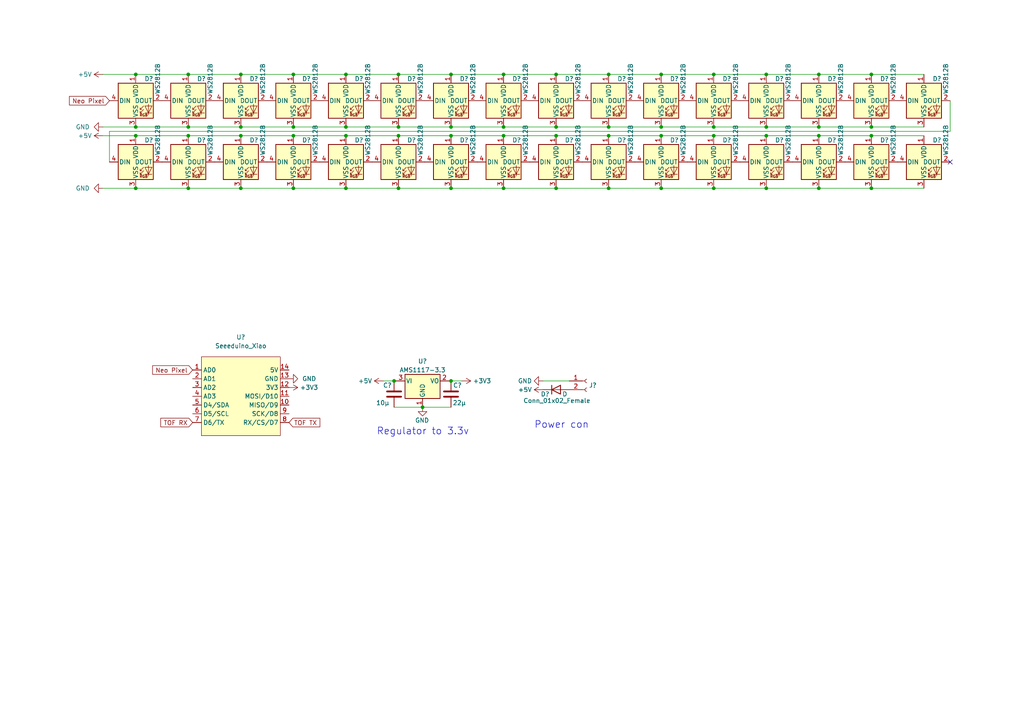
<source format=kicad_sch>
(kicad_sch (version 20211123) (generator eeschema)
  (paper "A4")
  (lib_symbols
    (symbol "Connector:Conn_01x02_Female" (pin_names (offset 1.016) hide)
      (property "Reference" "J" (at 0 2.54 0))
      (property "Value" "Conn_01x02_Female" (at 0 -5.08 0))
      (symbol "Conn_01x02_Female_1_1"
        (arc (start 0 -2.032) (mid -0.508 -2.54) (end 0 -3.048) (stroke (width 0.1524)))
        (polyline (pts (xy -1.27 -2.54) (xy -0.508 -2.54)) (stroke (width 0.1524)))
        (polyline (pts (xy -1.27 0) (xy -0.508 0)) (stroke (width 0.1524)))
        (arc (start 0 0.508) (mid -0.508 0) (end 0 -0.508) (stroke (width 0.1524)))
        (pin passive line (at -5.08 0 0) (length 3.81) (name "Pin_1") (number "1"))
        (pin passive line (at -5.08 -2.54 0) (length 3.81) (name "Pin_2") (number "2"))
      )
    )
    (symbol "Device:C" (pin_numbers hide) (pin_names (offset 0.254))
      (property "Reference" "C" (at 0.635 2.54 0))
      (property "Value" "C" (at 0.635 -2.54 0))
      (symbol "C_0_1"
        (polyline (pts (xy -2.032 -0.762) (xy 2.032 -0.762)) (stroke (width 0.508)))
        (polyline (pts (xy -2.032 0.762) (xy 2.032 0.762)) (stroke (width 0.508)))
      )
      (symbol "C_1_1"
        (pin passive line (at 0 3.81 270) (length 2.794) (name "~") (number "1"))
        (pin passive line (at 0 -3.81 90) (length 2.794) (name "~") (number "2"))
      )
    )
    (symbol "Device:D" (pin_numbers hide) (pin_names (offset 1.016) hide)
      (property "Reference" "D" (at 0 2.54 0))
      (property "Value" "D" (at 0 -2.54 0))
      (symbol "D_0_1"
        (polyline (pts (xy -1.27 1.27) (xy -1.27 -1.27)) (stroke (width 0.254)))
        (polyline (pts (xy 1.27 0) (xy -1.27 0)))
        (polyline (pts (xy 1.27 1.27) (xy 1.27 -1.27) (xy -1.27 0) (xy 1.27 1.27)) (stroke (width 0.254)))
      )
      (symbol "D_1_1"
        (pin passive line (at -3.81 0 0) (length 2.54) (name "K") (number "1"))
        (pin passive line (at 3.81 0 180) (length 2.54) (name "A") (number "2"))
      )
    )
    (symbol "LED:WS2812B" (pin_names (offset 0.254))
      (property "Reference" "D" (at 5.08 5.715 0))
      (property "Value" "WS2812B" (at 1.27 -5.715 0))
      (symbol "WS2812B_0_0"
        (text "RGB" (at 2.286 -4.191 0) (effects (font (size 0.762 0.762))))
      )
      (symbol "WS2812B_0_1"
        (polyline (pts (xy 1.27 -3.556) (xy 1.778 -3.556)))
        (polyline (pts (xy 1.27 -2.54) (xy 1.778 -2.54)))
        (polyline (pts (xy 4.699 -3.556) (xy 2.667 -3.556)))
        (polyline (pts (xy 2.286 -2.54) (xy 1.27 -3.556) (xy 1.27 -3.048)))
        (polyline (pts (xy 2.286 -1.524) (xy 1.27 -2.54) (xy 1.27 -2.032)))
        (polyline (pts (xy 3.683 -1.016) (xy 3.683 -3.556) (xy 3.683 -4.064)))
        (polyline (pts (xy 4.699 -1.524) (xy 2.667 -1.524) (xy 3.683 -3.556) (xy 4.699 -1.524)))
        (rectangle (start 5.08 5.08) (end -5.08 -5.08) (stroke (width 0.254)) (fill (type background)))
      )
      (symbol "WS2812B_1_1"
        (pin power_in line (at 0 7.62 270) (length 2.54) (name "VDD") (number "1"))
        (pin output line (at 7.62 0 180) (length 2.54) (name "DOUT") (number "2"))
        (pin power_in line (at 0 -7.62 90) (length 2.54) (name "VSS") (number "3"))
        (pin input line (at -7.62 0 0) (length 2.54) (name "DIN") (number "4"))
      )
    )
    (symbol "Regulator_Linear:AMS1117-3.3" (pin_names (offset 0.254))
      (property "Reference" "U" (at -3.81 3.175 0))
      (property "Value" "AMS1117-3.3" (at 0 3.175 0))
      (symbol "AMS1117-3.3_0_1"
        (rectangle (start -5.08 -5.08) (end 5.08 1.905) (stroke (width 0.254)) (fill (type background)))
      )
      (symbol "AMS1117-3.3_1_1"
        (pin power_in line (at 0 -7.62 90) (length 2.54) (name "GND") (number "1"))
        (pin power_out line (at 7.62 0 180) (length 2.54) (name "VO") (number "2"))
        (pin power_in line (at -7.62 0 0) (length 2.54) (name "VI") (number "3"))
      )
    )
    (symbol "power:+3.3V" (power) (pin_names (offset 0))
      (property "Value" "+3.3V" (at 0 3.556 0))
      (symbol "+3.3V_0_1"
        (polyline (pts (xy -0.762 1.27) (xy 0 2.54)))
        (polyline (pts (xy 0 0) (xy 0 2.54)))
        (polyline (pts (xy 0 2.54) (xy 0.762 1.27)))
      )
      (symbol "+3.3V_1_1"
        (pin power_in line (at 0 0 90) (length 0) hide (name "+3V3") (number "1"))
      )
    )
    (symbol "power:+5V" (power) (pin_names (offset 0))
      (property "Value" "+5V" (at 0 3.556 0))
      (symbol "+5V_0_1"
        (polyline (pts (xy -0.762 1.27) (xy 0 2.54)))
        (polyline (pts (xy 0 0) (xy 0 2.54)))
        (polyline (pts (xy 0 2.54) (xy 0.762 1.27)))
      )
      (symbol "+5V_1_1"
        (pin power_in line (at 0 0 90) (length 0) hide (name "+5V") (number "1"))
      )
    )
    (symbol "power:GND" (power) (pin_names (offset 0))
      (property "Value" "GND" (at 0 -3.81 0))
      (symbol "GND_0_1"
        (polyline (pts (xy 0 0) (xy 0 -1.27) (xy 1.27 -1.27) (xy 0 -2.54) (xy -1.27 -1.27) (xy 0 -1.27)))
      )
      (symbol "GND_1_1"
        (pin power_in line (at 0 0 270) (length 0) hide (name "GND") (number "1"))
      )
    )
    (symbol "seeeduino_xiao_RP2040:Seeeduino_Xiao"
      (property "Reference" "U" (at 0 13.97 0))
      (property "Value" "Seeeduino_Xiao" (at 0 11.43 0))
      (symbol "Seeeduino_Xiao_0_1"
        (rectangle (start -11.43 10.16) (end 11.43 -12.7) (fill (type background)))
      )
      (symbol "Seeeduino_Xiao_1_1"
        (pin bidirectional line (at -13.97 6.35 0) (length 2.54) (name "AD0") (number "1"))
        (pin bidirectional line (at 13.97 -3.81 180) (length 2.54) (name "MISO/D9") (number "10"))
        (pin bidirectional line (at 13.97 -1.27 180) (length 2.54) (name "MOSI/D10") (number "11"))
        (pin power_out line (at 13.97 1.27 180) (length 2.54) (name "3V3") (number "12"))
        (pin bidirectional line (at 13.97 3.81 180) (length 2.54) (name "GND") (number "13"))
        (pin power_in line (at 13.97 6.35 180) (length 2.54) (name "5V") (number "14"))
        (pin bidirectional line (at -13.97 3.81 0) (length 2.54) (name "AD1") (number "2"))
        (pin bidirectional line (at -13.97 1.27 0) (length 2.54) (name "AD2") (number "3"))
        (pin bidirectional line (at -13.97 -1.27 0) (length 2.54) (name "AD3") (number "4"))
        (pin bidirectional line (at -13.97 -3.81 0) (length 2.54) (name "D4/SDA") (number "5"))
        (pin bidirectional line (at -13.97 -6.35 0) (length 2.54) (name "D5/SCL") (number "6"))
        (pin bidirectional line (at -13.97 -8.89 0) (length 2.54) (name "D6/TX") (number "7"))
        (pin bidirectional line (at 13.97 -8.89 180) (length 2.54) (name "RX/CS/D7") (number "8"))
        (pin bidirectional line (at 13.97 -6.35 180) (length 2.54) (name "SCK/D8") (number "9"))
      )
    )
  )
  (junction (at 146.05 54.61))
  (junction (at 100.33 36.83))
  (junction (at 114.3 110.49))
  (junction (at 69.85 21.59))
  (junction (at 130.81 110.49))
  (junction (at 130.81 36.83))
  (junction (at 100.33 54.61))
  (junction (at 69.85 54.61))
  (junction (at 39.37 21.59))
  (junction (at 122.555 118.11))
  (junction (at 85.09 36.83))
  (junction (at 100.33 39.37))
  (junction (at 85.09 21.59))
  (junction (at 222.25 54.61))
  (junction (at 191.77 39.37))
  (junction (at 252.73 39.37))
  (junction (at 207.01 36.83))
  (junction (at 69.85 36.83))
  (junction (at 146.05 36.83))
  (junction (at 237.49 21.59))
  (junction (at 176.53 36.83))
  (junction (at 54.61 21.59))
  (junction (at 176.53 54.61))
  (junction (at 115.57 36.83))
  (junction (at 222.25 39.37))
  (junction (at 39.37 36.83))
  (junction (at 191.77 36.83))
  (junction (at 237.49 36.83))
  (junction (at 252.73 54.61))
  (junction (at 115.57 39.37))
  (junction (at 176.53 21.59))
  (junction (at 54.61 54.61))
  (junction (at 161.29 36.83))
  (junction (at 222.25 36.83))
  (junction (at 130.81 21.59))
  (junction (at 191.77 21.59))
  (junction (at 130.81 39.37))
  (junction (at 252.73 21.59))
  (junction (at 207.01 54.61))
  (junction (at 161.29 39.37))
  (junction (at 85.09 39.37))
  (junction (at 69.85 39.37))
  (junction (at 146.05 21.59))
  (junction (at 222.25 21.59))
  (junction (at 100.33 21.59))
  (junction (at 115.57 54.61))
  (junction (at 54.61 39.37))
  (junction (at 176.53 39.37))
  (junction (at 39.37 54.61))
  (junction (at 252.73 36.83))
  (junction (at 161.29 54.61))
  (junction (at 146.05 39.37))
  (junction (at 161.29 21.59))
  (junction (at 191.77 54.61))
  (junction (at 54.61 36.83))
  (junction (at 237.49 54.61))
  (junction (at 85.09 54.61))
  (junction (at 39.37 39.37))
  (junction (at 130.81 54.61))
  (junction (at 207.01 21.59))
  (junction (at 237.49 39.37))
  (junction (at 207.01 39.37))
  (junction (at 115.57 21.59))
  (no_connect (at 275.59 46.99))
  (wire (pts (xy 85.09 54.61) (xy 100.33 54.61)))
  (wire (pts (xy 69.85 36.83) (xy 85.09 36.83)))
  (wire (pts (xy 252.73 39.37) (xy 267.97 39.37)))
  (wire (pts (xy 111.125 110.49) (xy 114.3 110.49)))
  (wire (pts (xy 252.73 36.83) (xy 267.97 36.83)))
  (wire (pts (xy 161.29 36.83) (xy 176.53 36.83)))
  (wire (pts (xy 54.61 21.59) (xy 69.85 21.59)))
  (wire (pts (xy 130.81 39.37) (xy 146.05 39.37)))
  (wire (pts (xy 115.57 21.59) (xy 130.81 21.59)))
  (wire (pts (xy 85.09 21.59) (xy 100.33 21.59)))
  (wire (pts (xy 222.25 21.59) (xy 237.49 21.59)))
  (wire (pts (xy 237.49 54.61) (xy 252.73 54.61)))
  (wire (pts (xy 237.49 21.59) (xy 252.73 21.59)))
  (wire (pts (xy 85.09 36.83) (xy 100.33 36.83)))
  (wire (pts (xy 275.59 29.21) (xy 275.59 38.1)))
  (wire (pts (xy 54.61 39.37) (xy 69.85 39.37)))
  (wire (pts (xy 130.175 110.49) (xy 130.81 110.49)))
  (wire (pts (xy 161.29 21.59) (xy 176.53 21.59)))
  (wire (pts (xy 191.77 21.59) (xy 207.01 21.59)))
  (wire (pts (xy 39.37 39.37) (xy 54.61 39.37)))
  (wire (pts (xy 207.01 36.83) (xy 222.25 36.83)))
  (wire (pts (xy 100.33 21.59) (xy 115.57 21.59)))
  (wire (pts (xy 29.845 39.37) (xy 39.37 39.37)))
  (wire (pts (xy 115.57 39.37) (xy 130.81 39.37)))
  (wire (pts (xy 85.09 39.37) (xy 100.33 39.37)))
  (wire (pts (xy 39.37 21.59) (xy 54.61 21.59)))
  (wire (pts (xy 69.85 54.61) (xy 85.09 54.61)))
  (wire (pts (xy 161.29 54.61) (xy 176.53 54.61)))
  (wire (pts (xy 54.61 36.83) (xy 69.85 36.83)))
  (wire (pts (xy 115.57 36.83) (xy 130.81 36.83)))
  (wire (pts (xy 176.53 39.37) (xy 191.77 39.37)))
  (wire (pts (xy 176.53 36.83) (xy 191.77 36.83)))
  (wire (pts (xy 146.05 36.83) (xy 161.29 36.83)))
  (wire (pts (xy 130.81 21.59) (xy 146.05 21.59)))
  (wire (pts (xy 157.48 110.49) (xy 165.1 110.49)))
  (wire (pts (xy 237.49 36.83) (xy 252.73 36.83)))
  (wire (pts (xy 130.81 36.83) (xy 146.05 36.83)))
  (wire (pts (xy 130.81 110.49) (xy 133.985 110.49)))
  (wire (pts (xy 176.53 21.59) (xy 191.77 21.59)))
  (wire (pts (xy 146.05 21.59) (xy 161.29 21.59)))
  (wire (pts (xy 39.37 36.83) (xy 54.61 36.83)))
  (wire (pts (xy 115.57 54.61) (xy 130.81 54.61)))
  (wire (pts (xy 29.845 21.59) (xy 39.37 21.59)))
  (wire (pts (xy 191.77 54.61) (xy 207.01 54.61)))
  (wire (pts (xy 39.37 54.61) (xy 54.61 54.61)))
  (wire (pts (xy 191.77 39.37) (xy 207.01 39.37)))
  (wire (pts (xy 69.85 39.37) (xy 85.09 39.37)))
  (wire (pts (xy 207.01 21.59) (xy 222.25 21.59)))
  (wire (pts (xy 237.49 39.37) (xy 252.73 39.37)))
  (wire (pts (xy 122.555 118.11) (xy 130.81 118.11)))
  (wire (pts (xy 222.25 39.37) (xy 237.49 39.37)))
  (wire (pts (xy 252.73 54.61) (xy 267.97 54.61)))
  (wire (pts (xy 207.01 54.61) (xy 222.25 54.61)))
  (wire (pts (xy 252.73 21.59) (xy 267.97 21.59)))
  (wire (pts (xy 130.81 54.61) (xy 146.05 54.61)))
  (wire (pts (xy 222.25 36.83) (xy 237.49 36.83)))
  (wire (pts (xy 100.33 54.61) (xy 115.57 54.61)))
  (wire (pts (xy 222.25 54.61) (xy 237.49 54.61)))
  (wire (pts (xy 275.59 38.1) (xy 31.75 38.1)))
  (wire (pts (xy 100.33 39.37) (xy 115.57 39.37)))
  (wire (pts (xy 191.77 36.83) (xy 207.01 36.83)))
  (wire (pts (xy 114.3 110.49) (xy 114.935 110.49)))
  (wire (pts (xy 29.845 54.61) (xy 39.37 54.61)))
  (wire (pts (xy 114.3 118.11) (xy 122.555 118.11)))
  (wire (pts (xy 54.61 54.61) (xy 69.85 54.61)))
  (wire (pts (xy 161.29 39.37) (xy 176.53 39.37)))
  (wire (pts (xy 207.01 39.37) (xy 222.25 39.37)))
  (wire (pts (xy 146.05 39.37) (xy 161.29 39.37)))
  (wire (pts (xy 31.75 38.1) (xy 31.75 46.99)))
  (wire (pts (xy 29.845 36.83) (xy 39.37 36.83)))
  (wire (pts (xy 100.33 36.83) (xy 115.57 36.83)))
  (wire (pts (xy 176.53 54.61) (xy 191.77 54.61)))
  (wire (pts (xy 146.05 54.61) (xy 161.29 54.61)))
  (wire (pts (xy 69.85 21.59) (xy 85.09 21.59)))
  (text "Power con" (at 154.94 124.46 0) (effects (font (size 2 2)) (justify left bottom)))
  (text "Regulator to 3.3v" (at 109.22 126.365 0) (effects (font (size 2 2)) (justify left bottom)))
  (global_label "TOF RX" (shape input) (at 55.88 122.555 180) (property "Intersheet References" "${INTERSHEET_REFS}" (effects hide)))
  (global_label "Neo Pixel" (shape input) (at 55.88 107.315 180) (property "Intersheet References" "${INTERSHEET_REFS}" (effects hide)))
  (global_label "Neo Pixel" (shape input) (at 31.75 29.21 180) (property "Intersheet References" "${INTERSHEET_REFS}" (effects hide)))
  (global_label "TOF TX" (shape input) (at 83.82 122.555 0) (property "Intersheet References" "${INTERSHEET_REFS}" (effects hide)))
  (symbol (lib_id "power:GND") (at 157.48 110.49 270) (unit 1)
    (property "Reference" "#PWR?" (effects hide))
    (property "Value" "GND" (at 154.305 110.4899 90) (effects (justify right)))
  )
  (symbol (lib_id "LED:WS2812B") (at 69.85 29.21 0) (unit 1)
    (property "Reference" "D?" (at 73.66 22.86 0))
    (property "Value" "WS2812B" (at 76.2 22.86 90))
    (property "Footprint" "LED_SMD:LED_WS2812B_PLCC4_5.0x5.0mm_P3.2mm" (effects hide))
    (property "Datasheet" "https://cdn-shop.adafruit.com/datasheets/WS2812B.pdf" (effects hide))
  )
  (symbol (lib_id "LED:WS2812B") (at 115.57 29.21 0) (unit 1)
    (property "Reference" "D?" (at 119.38 22.86 0))
    (property "Value" "WS2812B" (at 121.92 22.86 90))
    (property "Footprint" "LED_SMD:LED_WS2812B_PLCC4_5.0x5.0mm_P3.2mm" (effects hide))
    (property "Datasheet" "https://cdn-shop.adafruit.com/datasheets/WS2812B.pdf" (effects hide))
  )
  (symbol (lib_id "Device:C") (at 130.81 114.3 180) (unit 1)
    (property "Reference" "C?" (at 133.985 111.76 0) (effects (justify left)))
    (property "Value" "22μ" (at 135.255 116.84 0) (effects (justify left)))
  )
  (symbol (lib_id "LED:WS2812B") (at 237.49 46.99 0) (unit 1)
    (property "Reference" "D?" (at 241.3 40.64 0))
    (property "Value" "WS2812B" (at 243.84 40.64 90))
    (property "Footprint" "LED_SMD:LED_WS2812B_PLCC4_5.0x5.0mm_P3.2mm" (effects hide))
    (property "Datasheet" "https://cdn-shop.adafruit.com/datasheets/WS2812B.pdf" (effects hide))
  )
  (symbol (lib_id "power:+5V") (at 111.125 110.49 90) (unit 1)
    (property "Reference" "#PWR?" (effects hide))
    (property "Value" "+5V" (at 107.95 110.4899 90) (effects (justify left)))
  )
  (symbol (lib_id "LED:WS2812B") (at 222.25 29.21 0) (unit 1)
    (property "Reference" "D?" (at 226.06 22.86 0))
    (property "Value" "WS2812B" (at 228.6 22.86 90))
    (property "Footprint" "LED_SMD:LED_WS2812B_PLCC4_5.0x5.0mm_P3.2mm" (effects hide))
    (property "Datasheet" "https://cdn-shop.adafruit.com/datasheets/WS2812B.pdf" (effects hide))
  )
  (symbol (lib_id "power:GND") (at 29.845 36.83 270) (unit 1)
    (property "Reference" "#PWR?" (effects hide))
    (property "Value" "GND" (at 26.035 36.8299 90) (effects (justify right)))
  )
  (symbol (lib_id "LED:WS2812B") (at 237.49 29.21 0) (unit 1)
    (property "Reference" "D?" (at 241.3 22.86 0))
    (property "Value" "WS2812B" (at 243.84 22.86 90))
    (property "Footprint" "LED_SMD:LED_WS2812B_PLCC4_5.0x5.0mm_P3.2mm" (effects hide))
    (property "Datasheet" "https://cdn-shop.adafruit.com/datasheets/WS2812B.pdf" (effects hide))
  )
  (symbol (lib_id "LED:WS2812B") (at 191.77 29.21 0) (unit 1)
    (property "Reference" "D?" (at 195.58 22.86 0))
    (property "Value" "WS2812B" (at 198.12 22.86 90))
    (property "Footprint" "LED_SMD:LED_WS2812B_PLCC4_5.0x5.0mm_P3.2mm" (effects hide))
    (property "Datasheet" "https://cdn-shop.adafruit.com/datasheets/WS2812B.pdf" (effects hide))
  )
  (symbol (lib_id "LED:WS2812B") (at 130.81 29.21 0) (unit 1)
    (property "Reference" "D?" (at 134.62 22.86 0))
    (property "Value" "WS2812B" (at 137.16 22.86 90))
    (property "Footprint" "LED_SMD:LED_WS2812B_PLCC4_5.0x5.0mm_P3.2mm" (effects hide))
    (property "Datasheet" "https://cdn-shop.adafruit.com/datasheets/WS2812B.pdf" (effects hide))
  )
  (symbol (lib_id "LED:WS2812B") (at 85.09 29.21 0) (unit 1)
    (property "Reference" "D?" (at 88.9 22.86 0))
    (property "Value" "WS2812B" (at 91.44 22.86 90))
    (property "Footprint" "LED_SMD:LED_WS2812B_PLCC4_5.0x5.0mm_P3.2mm" (effects hide))
    (property "Datasheet" "https://cdn-shop.adafruit.com/datasheets/WS2812B.pdf" (effects hide))
  )
  (symbol (lib_id "LED:WS2812B") (at 176.53 46.99 0) (unit 1)
    (property "Reference" "D?" (at 180.34 40.64 0))
    (property "Value" "WS2812B" (at 182.88 40.64 90))
    (property "Footprint" "LED_SMD:LED_WS2812B_PLCC4_5.0x5.0mm_P3.2mm" (effects hide))
    (property "Datasheet" "https://cdn-shop.adafruit.com/datasheets/WS2812B.pdf" (effects hide))
  )
  (symbol (lib_id "LED:WS2812B") (at 207.01 46.99 0) (unit 1)
    (property "Reference" "D?" (at 210.82 40.64 0))
    (property "Value" "WS2812B" (at 213.36 40.64 90))
    (property "Footprint" "LED_SMD:LED_WS2812B_PLCC4_5.0x5.0mm_P3.2mm" (effects hide))
    (property "Datasheet" "https://cdn-shop.adafruit.com/datasheets/WS2812B.pdf" (effects hide))
  )
  (symbol (lib_id "Device:C") (at 114.3 114.3 180) (unit 1)
    (property "Reference" "C?" (at 113.665 111.76 0) (effects (justify left)))
    (property "Value" "10μ" (at 113.03 116.84 0) (effects (justify left)))
  )
  (symbol (lib_id "LED:WS2812B") (at 115.57 46.99 0) (unit 1)
    (property "Reference" "D?" (at 119.38 40.64 0))
    (property "Value" "WS2812B" (at 121.92 40.64 90))
    (property "Footprint" "LED_SMD:LED_WS2812B_PLCC4_5.0x5.0mm_P3.2mm" (effects hide))
    (property "Datasheet" "https://cdn-shop.adafruit.com/datasheets/WS2812B.pdf" (effects hide))
  )
  (symbol (lib_id "LED:WS2812B") (at 146.05 46.99 0) (unit 1)
    (property "Reference" "D?" (at 149.86 40.64 0))
    (property "Value" "WS2812B" (at 152.4 40.64 90))
    (property "Footprint" "LED_SMD:LED_WS2812B_PLCC4_5.0x5.0mm_P3.2mm" (effects hide))
    (property "Datasheet" "https://cdn-shop.adafruit.com/datasheets/WS2812B.pdf" (effects hide))
  )
  (symbol (lib_id "LED:WS2812B") (at 252.73 29.21 0) (unit 1)
    (property "Reference" "D?" (at 256.54 22.86 0))
    (property "Value" "WS2812B" (at 259.08 22.86 90))
    (property "Footprint" "LED_SMD:LED_WS2812B_PLCC4_5.0x5.0mm_P3.2mm" (effects hide))
    (property "Datasheet" "https://cdn-shop.adafruit.com/datasheets/WS2812B.pdf" (effects hide))
  )
  (symbol (lib_id "LED:WS2812B") (at 100.33 46.99 0) (unit 1)
    (property "Reference" "D?" (at 104.14 40.64 0))
    (property "Value" "WS2812B" (at 106.68 40.64 90))
    (property "Footprint" "LED_SMD:LED_WS2812B_PLCC4_5.0x5.0mm_P3.2mm" (effects hide))
    (property "Datasheet" "https://cdn-shop.adafruit.com/datasheets/WS2812B.pdf" (effects hide))
  )
  (symbol (lib_id "LED:WS2812B") (at 176.53 29.21 0) (unit 1)
    (property "Reference" "D?" (at 180.34 22.86 0))
    (property "Value" "WS2812B" (at 182.88 22.86 90))
    (property "Footprint" "LED_SMD:LED_WS2812B_PLCC4_5.0x5.0mm_P3.2mm" (effects hide))
    (property "Datasheet" "https://cdn-shop.adafruit.com/datasheets/WS2812B.pdf" (effects hide))
  )
  (symbol (lib_id "LED:WS2812B") (at 267.97 46.99 0) (unit 1)
    (property "Reference" "D?" (at 271.78 40.64 0))
    (property "Value" "WS2812B" (at 274.32 40.64 90))
    (property "Footprint" "LED_SMD:LED_WS2812B_PLCC4_5.0x5.0mm_P3.2mm" (effects hide))
    (property "Datasheet" "https://cdn-shop.adafruit.com/datasheets/WS2812B.pdf" (effects hide))
  )
  (symbol (lib_id "LED:WS2812B") (at 39.37 46.99 0) (unit 1)
    (property "Reference" "D?" (at 43.18 40.64 0))
    (property "Value" "WS2812B" (at 45.72 40.64 90))
    (property "Footprint" "LED_SMD:LED_WS2812B_PLCC4_5.0x5.0mm_P3.2mm" (effects hide))
    (property "Datasheet" "https://cdn-shop.adafruit.com/datasheets/WS2812B.pdf" (effects hide))
  )
  (symbol (lib_id "LED:WS2812B") (at 54.61 29.21 0) (unit 1)
    (property "Reference" "D?" (at 58.42 22.86 0))
    (property "Value" "WS2812B" (at 60.96 22.86 90))
    (property "Footprint" "LED_SMD:LED_WS2812B_PLCC4_5.0x5.0mm_P3.2mm" (effects hide))
    (property "Datasheet" "https://cdn-shop.adafruit.com/datasheets/WS2812B.pdf" (effects hide))
  )
  (symbol (lib_id "LED:WS2812B") (at 69.85 46.99 0) (unit 1)
    (property "Reference" "D?" (at 73.66 40.64 0))
    (property "Value" "WS2812B" (at 76.2 40.64 90))
    (property "Footprint" "LED_SMD:LED_WS2812B_PLCC4_5.0x5.0mm_P3.2mm" (effects hide))
    (property "Datasheet" "https://cdn-shop.adafruit.com/datasheets/WS2812B.pdf" (effects hide))
  )
  (symbol (lib_id "power:GND") (at 122.555 118.11 0) (unit 1)
    (property "Reference" "#PWR?" (effects hide))
    (property "Value" "GND" (at 124.46 121.92 0) (effects (justify right)))
  )
  (symbol (lib_id "LED:WS2812B") (at 100.33 29.21 0) (unit 1)
    (property "Reference" "D?" (at 104.14 22.86 0))
    (property "Value" "WS2812B" (at 106.68 22.86 90))
    (property "Footprint" "LED_SMD:LED_WS2812B_PLCC4_5.0x5.0mm_P3.2mm" (effects hide))
    (property "Datasheet" "https://cdn-shop.adafruit.com/datasheets/WS2812B.pdf" (effects hide))
  )
  (symbol (lib_id "LED:WS2812B") (at 161.29 46.99 0) (unit 1)
    (property "Reference" "D?" (at 165.1 40.64 0))
    (property "Value" "WS2812B" (at 167.64 40.64 90))
    (property "Footprint" "LED_SMD:LED_WS2812B_PLCC4_5.0x5.0mm_P3.2mm" (effects hide))
    (property "Datasheet" "https://cdn-shop.adafruit.com/datasheets/WS2812B.pdf" (effects hide))
  )
  (symbol (lib_id "power:+3.3V") (at 83.82 112.395 270) (unit 1)
    (property "Reference" "#PWR?" (effects hide))
    (property "Value" "+3.3V" (at 86.995 112.3949 90) (effects (justify left)))
  )
  (symbol (lib_id "power:+5V") (at 29.845 39.37 90) (unit 1)
    (property "Reference" "#PWR?" (effects hide))
    (property "Value" "+5V" (at 26.67 39.3699 90) (effects (justify left)))
  )
  (symbol (lib_id "Regulator_Linear:AMS1117-3.3") (at 122.555 110.49 0) (unit 1)
    (property "Reference" "U?" (at 122.555 104.775 0))
    (property "Value" "AMS1117-3.3" (at 122.555 107.315 0))
    (property "Footprint" "Package_TO_SOT_SMD:SOT-223-3_TabPin2" (effects hide))
    (property "Datasheet" "http://www.advanced-monolithic.com/pdf/ds1117.pdf" (effects hide))
  )
  (symbol (lib_id "LED:WS2812B") (at 146.05 29.21 0) (unit 1)
    (property "Reference" "D?" (at 149.86 22.86 0))
    (property "Value" "WS2812B" (at 152.4 22.86 90))
    (property "Footprint" "LED_SMD:LED_WS2812B_PLCC4_5.0x5.0mm_P3.2mm" (effects hide))
    (property "Datasheet" "https://cdn-shop.adafruit.com/datasheets/WS2812B.pdf" (effects hide))
  )
  (symbol (lib_id "Device:D") (at 161.29 113.03 0) (unit 1)
    (property "Reference" "D?" (at 158.115 114.3 0))
    (property "Value" "D" (at 163.83 114.3 0))
  )
  (symbol (lib_id "power:GND") (at 29.845 54.61 270) (unit 1)
    (property "Reference" "#PWR?" (effects hide))
    (property "Value" "GND" (at 26.035 54.6099 90) (effects (justify right)))
  )
  (symbol (lib_id "Connector:Conn_01x02_Female") (at 170.18 110.49 0) (unit 1)
    (property "Reference" "J?" (at 170.815 111.76 0) (effects (justify left)))
    (property "Value" "Conn_01x02_Female" (at 151.765 116.205 0) (effects (justify left)))
  )
  (symbol (lib_id "LED:WS2812B") (at 39.37 29.21 0) (unit 1)
    (property "Reference" "D?" (at 43.18 22.86 0))
    (property "Value" "WS2812B" (at 45.72 22.86 90))
    (property "Footprint" "LED_SMD:LED_WS2812B_PLCC4_5.0x5.0mm_P3.2mm" (effects hide))
    (property "Datasheet" "https://cdn-shop.adafruit.com/datasheets/WS2812B.pdf" (effects hide))
  )
  (symbol (lib_id "power:+5V") (at 29.845 21.59 90) (unit 1)
    (property "Reference" "#PWR?" (effects hide))
    (property "Value" "+5V" (at 26.67 21.5899 90) (effects (justify left)))
  )
  (symbol (lib_id "LED:WS2812B") (at 54.61 46.99 0) (unit 1)
    (property "Reference" "D?" (at 58.42 40.64 0))
    (property "Value" "WS2812B" (at 60.96 40.64 90))
    (property "Footprint" "LED_SMD:LED_WS2812B_PLCC4_5.0x5.0mm_P3.2mm" (effects hide))
    (property "Datasheet" "https://cdn-shop.adafruit.com/datasheets/WS2812B.pdf" (effects hide))
  )
  (symbol (lib_id "LED:WS2812B") (at 207.01 29.21 0) (unit 1)
    (property "Reference" "D?" (at 210.82 22.86 0))
    (property "Value" "WS2812B" (at 213.36 22.86 90))
    (property "Footprint" "LED_SMD:LED_WS2812B_PLCC4_5.0x5.0mm_P3.2mm" (effects hide))
    (property "Datasheet" "https://cdn-shop.adafruit.com/datasheets/WS2812B.pdf" (effects hide))
  )
  (symbol (lib_id "LED:WS2812B") (at 267.97 29.21 0) (unit 1)
    (property "Reference" "D?" (at 271.78 22.86 0))
    (property "Value" "WS2812B" (at 274.32 22.86 90))
    (property "Footprint" "LED_SMD:LED_WS2812B_PLCC4_5.0x5.0mm_P3.2mm" (effects hide))
    (property "Datasheet" "https://cdn-shop.adafruit.com/datasheets/WS2812B.pdf" (effects hide))
  )
  (symbol (lib_id "LED:WS2812B") (at 252.73 46.99 0) (unit 1)
    (property "Reference" "D?" (at 256.54 40.64 0))
    (property "Value" "WS2812B" (at 259.08 40.64 90))
    (property "Footprint" "LED_SMD:LED_WS2812B_PLCC4_5.0x5.0mm_P3.2mm" (effects hide))
    (property "Datasheet" "https://cdn-shop.adafruit.com/datasheets/WS2812B.pdf" (effects hide))
  )
  (symbol (lib_id "power:+3.3V") (at 133.985 110.49 270) (unit 1)
    (property "Reference" "#PWR?" (effects hide))
    (property "Value" "+3.3V" (at 137.16 110.4899 90) (effects (justify left)))
  )
  (symbol (lib_id "LED:WS2812B") (at 222.25 46.99 0) (unit 1)
    (property "Reference" "D?" (at 226.06 40.64 0))
    (property "Value" "WS2812B" (at 228.6 40.64 90))
    (property "Footprint" "LED_SMD:LED_WS2812B_PLCC4_5.0x5.0mm_P3.2mm" (effects hide))
    (property "Datasheet" "https://cdn-shop.adafruit.com/datasheets/WS2812B.pdf" (effects hide))
  )
  (symbol (lib_id "LED:WS2812B") (at 85.09 46.99 0) (unit 1)
    (property "Reference" "D?" (at 88.9 40.64 0))
    (property "Value" "WS2812B" (at 91.44 40.64 90))
    (property "Footprint" "LED_SMD:LED_WS2812B_PLCC4_5.0x5.0mm_P3.2mm" (effects hide))
    (property "Datasheet" "https://cdn-shop.adafruit.com/datasheets/WS2812B.pdf" (effects hide))
  )
  (symbol (lib_id "LED:WS2812B") (at 130.81 46.99 0) (unit 1)
    (property "Reference" "D?" (at 134.62 40.64 0))
    (property "Value" "WS2812B" (at 137.16 40.64 90))
    (property "Footprint" "LED_SMD:LED_WS2812B_PLCC4_5.0x5.0mm_P3.2mm" (effects hide))
    (property "Datasheet" "https://cdn-shop.adafruit.com/datasheets/WS2812B.pdf" (effects hide))
  )
  (symbol (lib_id "LED:WS2812B") (at 191.77 46.99 0) (unit 1)
    (property "Reference" "D?" (at 195.58 40.64 0))
    (property "Value" "WS2812B" (at 198.12 40.64 90))
    (property "Footprint" "LED_SMD:LED_WS2812B_PLCC4_5.0x5.0mm_P3.2mm" (effects hide))
    (property "Datasheet" "https://cdn-shop.adafruit.com/datasheets/WS2812B.pdf" (effects hide))
  )
  (symbol (lib_id "power:+5V") (at 157.48 113.03 90) (unit 1)
    (property "Reference" "#PWR?" (effects hide))
    (property "Value" "+5V" (at 154.305 113.0299 90) (effects (justify left)))
  )
  (symbol (lib_id "power:GND") (at 83.82 109.855 90) (unit 1)
    (property "Reference" "#PWR?" (effects hide))
    (property "Value" "GND" (at 87.63 109.855 90) (effects (justify right)))
  )
  (symbol (lib_id "seeeduino_xiao_RP2040:Seeeduino_Xiao") (at 69.85 113.665 0) (unit 1)
    (property "Reference" "U?" (at 69.85 97.79 0))
    (property "Value" "Seeeduino_Xiao" (at 69.85 100.33 0))
  )
  (symbol (lib_id "LED:WS2812B") (at 161.29 29.21 0) (unit 1)
    (property "Reference" "D?" (at 165.1 22.86 0))
    (property "Value" "WS2812B" (at 167.64 22.86 90))
    (property "Footprint" "LED_SMD:LED_WS2812B_PLCC4_5.0x5.0mm_P3.2mm" (effects hide))
    (property "Datasheet" "https://cdn-shop.adafruit.com/datasheets/WS2812B.pdf" (effects hide))
  )
)
</source>
